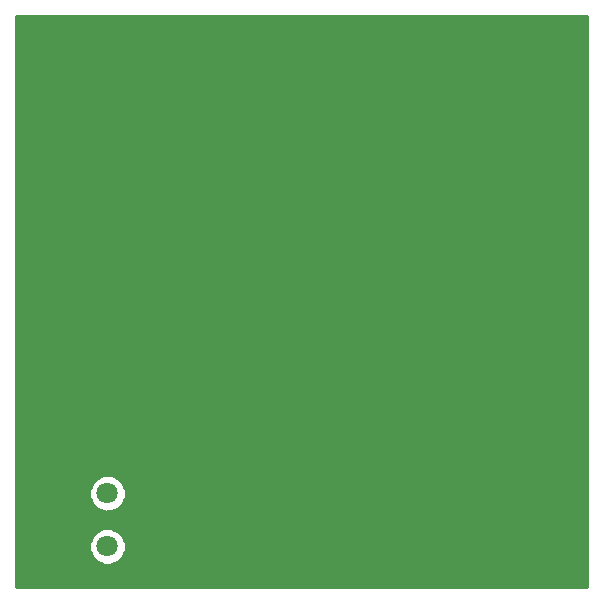
<source format=gbr>
G04 #@! TF.GenerationSoftware,KiCad,Pcbnew,5.0.0-fee4fd1~66~ubuntu16.04.1*
G04 #@! TF.CreationDate,2018-10-06T11:58:11+08:00*
G04 #@! TF.ProjectId,base-board,626173652D626F6172642E6B69636164,rev?*
G04 #@! TF.SameCoordinates,Original*
G04 #@! TF.FileFunction,Copper,L2,Bot,Signal*
G04 #@! TF.FilePolarity,Positive*
%FSLAX46Y46*%
G04 Gerber Fmt 4.6, Leading zero omitted, Abs format (unit mm)*
G04 Created by KiCad (PCBNEW 5.0.0-fee4fd1~66~ubuntu16.04.1) date Sat Oct  6 11:58:11 2018*
%MOMM*%
%LPD*%
G01*
G04 APERTURE LIST*
G04 #@! TA.AperFunction,ComponentPad*
%ADD10C,1.800000*%
G04 #@! TD*
G04 #@! TA.AperFunction,NonConductor*
%ADD11C,0.254000*%
G04 #@! TD*
G04 APERTURE END LIST*
D10*
G04 #@! TO.P,J1,*
G04 #@! TO.N,*
X147517000Y-118733000D03*
X147517000Y-114233000D03*
G04 #@! TD*
D11*
G36*
X188150571Y-122177510D02*
X139761419Y-122177510D01*
X139761419Y-118492336D01*
X145970542Y-118492336D01*
X145982000Y-118765212D01*
X145982000Y-119038330D01*
X145994762Y-119069140D01*
X145996161Y-119102460D01*
X146180357Y-119547148D01*
X146194771Y-119552004D01*
X146215690Y-119602507D01*
X146647493Y-120034310D01*
X146697996Y-120055229D01*
X146702852Y-120069643D01*
X146959348Y-120163485D01*
X147211670Y-120268000D01*
X147245018Y-120268000D01*
X147276336Y-120279458D01*
X147549212Y-120268000D01*
X147822330Y-120268000D01*
X147853140Y-120255238D01*
X147886460Y-120253839D01*
X148331148Y-120069643D01*
X148336004Y-120055229D01*
X148386507Y-120034310D01*
X148818310Y-119602507D01*
X148839229Y-119552004D01*
X148853643Y-119547148D01*
X148947485Y-119290652D01*
X149052000Y-119038330D01*
X149052000Y-119004982D01*
X149063458Y-118973664D01*
X149052000Y-118700788D01*
X149052000Y-118427670D01*
X149039238Y-118396860D01*
X149037839Y-118363540D01*
X148853643Y-117918852D01*
X148839229Y-117913996D01*
X148818310Y-117863493D01*
X148386507Y-117431690D01*
X148336004Y-117410771D01*
X148331148Y-117396357D01*
X148074652Y-117302515D01*
X147822330Y-117198000D01*
X147788982Y-117198000D01*
X147757664Y-117186542D01*
X147484788Y-117198000D01*
X147211670Y-117198000D01*
X147180860Y-117210762D01*
X147147540Y-117212161D01*
X146702852Y-117396357D01*
X146697996Y-117410771D01*
X146647493Y-117431690D01*
X146215690Y-117863493D01*
X146194771Y-117913996D01*
X146180357Y-117918852D01*
X146086515Y-118175348D01*
X145982000Y-118427670D01*
X145982000Y-118461018D01*
X145970542Y-118492336D01*
X139761419Y-118492336D01*
X139761419Y-113992336D01*
X145970542Y-113992336D01*
X145982000Y-114265212D01*
X145982000Y-114538330D01*
X145994762Y-114569140D01*
X145996161Y-114602460D01*
X146180357Y-115047148D01*
X146194771Y-115052004D01*
X146215690Y-115102507D01*
X146647493Y-115534310D01*
X146697996Y-115555229D01*
X146702852Y-115569643D01*
X146959348Y-115663485D01*
X147211670Y-115768000D01*
X147245018Y-115768000D01*
X147276336Y-115779458D01*
X147549212Y-115768000D01*
X147822330Y-115768000D01*
X147853140Y-115755238D01*
X147886460Y-115753839D01*
X148331148Y-115569643D01*
X148336004Y-115555229D01*
X148386507Y-115534310D01*
X148818310Y-115102507D01*
X148839229Y-115052004D01*
X148853643Y-115047148D01*
X148947485Y-114790652D01*
X149052000Y-114538330D01*
X149052000Y-114504982D01*
X149063458Y-114473664D01*
X149052000Y-114200788D01*
X149052000Y-113927670D01*
X149039238Y-113896860D01*
X149037839Y-113863540D01*
X148853643Y-113418852D01*
X148839229Y-113413996D01*
X148818310Y-113363493D01*
X148386507Y-112931690D01*
X148336004Y-112910771D01*
X148331148Y-112896357D01*
X148074652Y-112802515D01*
X147822330Y-112698000D01*
X147788982Y-112698000D01*
X147757664Y-112686542D01*
X147484788Y-112698000D01*
X147211670Y-112698000D01*
X147180860Y-112710762D01*
X147147540Y-112712161D01*
X146702852Y-112896357D01*
X146697996Y-112910771D01*
X146647493Y-112931690D01*
X146215690Y-113363493D01*
X146194771Y-113413996D01*
X146180357Y-113418852D01*
X146086515Y-113675348D01*
X145982000Y-113927670D01*
X145982000Y-113961018D01*
X145970542Y-113992336D01*
X139761419Y-113992336D01*
X139761419Y-73788360D01*
X188150570Y-73788360D01*
X188150571Y-122177510D01*
X188150571Y-122177510D01*
G37*
X188150571Y-122177510D02*
X139761419Y-122177510D01*
X139761419Y-118492336D01*
X145970542Y-118492336D01*
X145982000Y-118765212D01*
X145982000Y-119038330D01*
X145994762Y-119069140D01*
X145996161Y-119102460D01*
X146180357Y-119547148D01*
X146194771Y-119552004D01*
X146215690Y-119602507D01*
X146647493Y-120034310D01*
X146697996Y-120055229D01*
X146702852Y-120069643D01*
X146959348Y-120163485D01*
X147211670Y-120268000D01*
X147245018Y-120268000D01*
X147276336Y-120279458D01*
X147549212Y-120268000D01*
X147822330Y-120268000D01*
X147853140Y-120255238D01*
X147886460Y-120253839D01*
X148331148Y-120069643D01*
X148336004Y-120055229D01*
X148386507Y-120034310D01*
X148818310Y-119602507D01*
X148839229Y-119552004D01*
X148853643Y-119547148D01*
X148947485Y-119290652D01*
X149052000Y-119038330D01*
X149052000Y-119004982D01*
X149063458Y-118973664D01*
X149052000Y-118700788D01*
X149052000Y-118427670D01*
X149039238Y-118396860D01*
X149037839Y-118363540D01*
X148853643Y-117918852D01*
X148839229Y-117913996D01*
X148818310Y-117863493D01*
X148386507Y-117431690D01*
X148336004Y-117410771D01*
X148331148Y-117396357D01*
X148074652Y-117302515D01*
X147822330Y-117198000D01*
X147788982Y-117198000D01*
X147757664Y-117186542D01*
X147484788Y-117198000D01*
X147211670Y-117198000D01*
X147180860Y-117210762D01*
X147147540Y-117212161D01*
X146702852Y-117396357D01*
X146697996Y-117410771D01*
X146647493Y-117431690D01*
X146215690Y-117863493D01*
X146194771Y-117913996D01*
X146180357Y-117918852D01*
X146086515Y-118175348D01*
X145982000Y-118427670D01*
X145982000Y-118461018D01*
X145970542Y-118492336D01*
X139761419Y-118492336D01*
X139761419Y-113992336D01*
X145970542Y-113992336D01*
X145982000Y-114265212D01*
X145982000Y-114538330D01*
X145994762Y-114569140D01*
X145996161Y-114602460D01*
X146180357Y-115047148D01*
X146194771Y-115052004D01*
X146215690Y-115102507D01*
X146647493Y-115534310D01*
X146697996Y-115555229D01*
X146702852Y-115569643D01*
X146959348Y-115663485D01*
X147211670Y-115768000D01*
X147245018Y-115768000D01*
X147276336Y-115779458D01*
X147549212Y-115768000D01*
X147822330Y-115768000D01*
X147853140Y-115755238D01*
X147886460Y-115753839D01*
X148331148Y-115569643D01*
X148336004Y-115555229D01*
X148386507Y-115534310D01*
X148818310Y-115102507D01*
X148839229Y-115052004D01*
X148853643Y-115047148D01*
X148947485Y-114790652D01*
X149052000Y-114538330D01*
X149052000Y-114504982D01*
X149063458Y-114473664D01*
X149052000Y-114200788D01*
X149052000Y-113927670D01*
X149039238Y-113896860D01*
X149037839Y-113863540D01*
X148853643Y-113418852D01*
X148839229Y-113413996D01*
X148818310Y-113363493D01*
X148386507Y-112931690D01*
X148336004Y-112910771D01*
X148331148Y-112896357D01*
X148074652Y-112802515D01*
X147822330Y-112698000D01*
X147788982Y-112698000D01*
X147757664Y-112686542D01*
X147484788Y-112698000D01*
X147211670Y-112698000D01*
X147180860Y-112710762D01*
X147147540Y-112712161D01*
X146702852Y-112896357D01*
X146697996Y-112910771D01*
X146647493Y-112931690D01*
X146215690Y-113363493D01*
X146194771Y-113413996D01*
X146180357Y-113418852D01*
X146086515Y-113675348D01*
X145982000Y-113927670D01*
X145982000Y-113961018D01*
X145970542Y-113992336D01*
X139761419Y-113992336D01*
X139761419Y-73788360D01*
X188150570Y-73788360D01*
X188150571Y-122177510D01*
M02*

</source>
